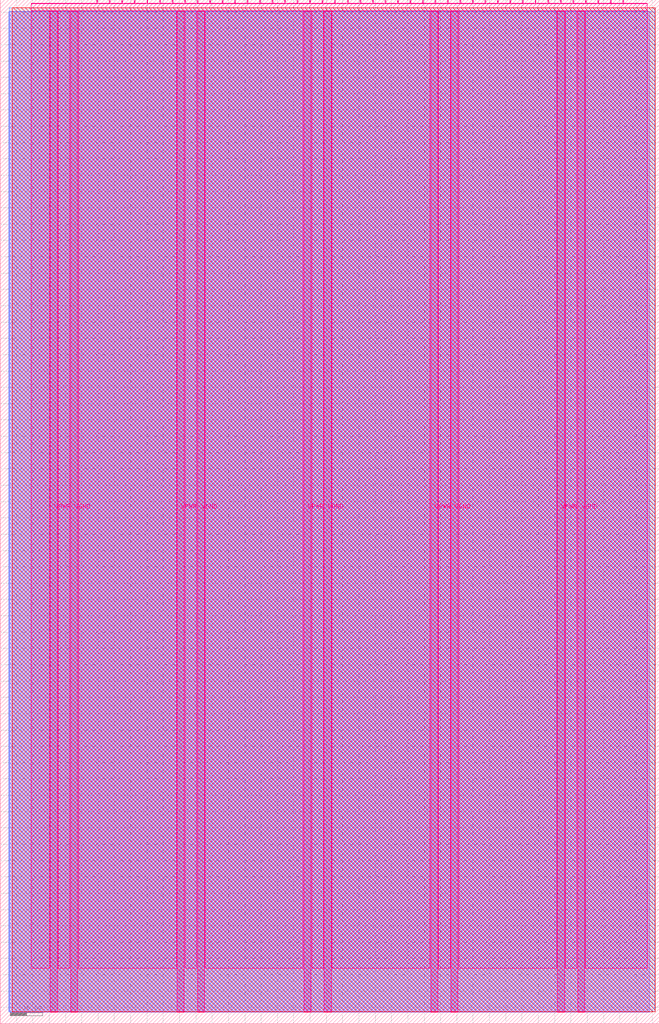
<source format=lef>
VERSION 5.7 ;
  NOWIREEXTENSIONATPIN ON ;
  DIVIDERCHAR "/" ;
  BUSBITCHARS "[]" ;
MACRO tt_um_uwasic_dinogame
  CLASS BLOCK ;
  FOREIGN tt_um_uwasic_dinogame ;
  ORIGIN 0.000 0.000 ;
  SIZE 202.080 BY 313.740 ;
  PIN VGND
    DIRECTION INOUT ;
    USE GROUND ;
    PORT
      LAYER Metal5 ;
        RECT 21.580 3.560 23.780 310.180 ;
    END
    PORT
      LAYER Metal5 ;
        RECT 60.450 3.560 62.650 310.180 ;
    END
    PORT
      LAYER Metal5 ;
        RECT 99.320 3.560 101.520 310.180 ;
    END
    PORT
      LAYER Metal5 ;
        RECT 138.190 3.560 140.390 310.180 ;
    END
    PORT
      LAYER Metal5 ;
        RECT 177.060 3.560 179.260 310.180 ;
    END
  END VGND
  PIN VPWR
    DIRECTION INOUT ;
    USE POWER ;
    PORT
      LAYER Metal5 ;
        RECT 15.380 3.560 17.580 310.180 ;
    END
    PORT
      LAYER Metal5 ;
        RECT 54.250 3.560 56.450 310.180 ;
    END
    PORT
      LAYER Metal5 ;
        RECT 93.120 3.560 95.320 310.180 ;
    END
    PORT
      LAYER Metal5 ;
        RECT 131.990 3.560 134.190 310.180 ;
    END
    PORT
      LAYER Metal5 ;
        RECT 170.860 3.560 173.060 310.180 ;
    END
  END VPWR
  PIN clk
    DIRECTION INPUT ;
    USE SIGNAL ;
    ANTENNAGATEAREA 2.038400 ;
    ANTENNADIFFAREA 6.046200 ;
    PORT
      LAYER Metal5 ;
        RECT 187.050 312.740 187.350 313.740 ;
    END
  END clk
  PIN ena
    DIRECTION INPUT ;
    USE SIGNAL ;
    ANTENNAGATEAREA 0.426400 ;
    PORT
      LAYER Metal5 ;
        RECT 190.890 312.740 191.190 313.740 ;
    END
  END ena
  PIN rst_n
    DIRECTION INPUT ;
    USE SIGNAL ;
    ANTENNAGATEAREA 0.426400 ;
    PORT
      LAYER Metal5 ;
        RECT 183.210 312.740 183.510 313.740 ;
    END
  END rst_n
  PIN ui_in[0]
    DIRECTION INPUT ;
    USE SIGNAL ;
    PORT
      LAYER Metal5 ;
        RECT 179.370 312.740 179.670 313.740 ;
    END
  END ui_in[0]
  PIN ui_in[1]
    DIRECTION INPUT ;
    USE SIGNAL ;
    PORT
      LAYER Metal5 ;
        RECT 175.530 312.740 175.830 313.740 ;
    END
  END ui_in[1]
  PIN ui_in[2]
    DIRECTION INPUT ;
    USE SIGNAL ;
    PORT
      LAYER Metal5 ;
        RECT 171.690 312.740 171.990 313.740 ;
    END
  END ui_in[2]
  PIN ui_in[3]
    DIRECTION INPUT ;
    USE SIGNAL ;
    PORT
      LAYER Metal5 ;
        RECT 167.850 312.740 168.150 313.740 ;
    END
  END ui_in[3]
  PIN ui_in[4]
    DIRECTION INPUT ;
    USE SIGNAL ;
    ANTENNAGATEAREA 0.213200 ;
    PORT
      LAYER Metal5 ;
        RECT 164.010 312.740 164.310 313.740 ;
    END
  END ui_in[4]
  PIN ui_in[5]
    DIRECTION INPUT ;
    USE SIGNAL ;
    ANTENNAGATEAREA 0.213200 ;
    PORT
      LAYER Metal5 ;
        RECT 160.170 312.740 160.470 313.740 ;
    END
  END ui_in[5]
  PIN ui_in[6]
    DIRECTION INPUT ;
    USE SIGNAL ;
    ANTENNAGATEAREA 0.213200 ;
    PORT
      LAYER Metal5 ;
        RECT 156.330 312.740 156.630 313.740 ;
    END
  END ui_in[6]
  PIN ui_in[7]
    DIRECTION INPUT ;
    USE SIGNAL ;
    PORT
      LAYER Metal5 ;
        RECT 152.490 312.740 152.790 313.740 ;
    END
  END ui_in[7]
  PIN uio_in[0]
    DIRECTION INPUT ;
    USE SIGNAL ;
    PORT
      LAYER Metal5 ;
        RECT 148.650 312.740 148.950 313.740 ;
    END
  END uio_in[0]
  PIN uio_in[1]
    DIRECTION INPUT ;
    USE SIGNAL ;
    PORT
      LAYER Metal5 ;
        RECT 144.810 312.740 145.110 313.740 ;
    END
  END uio_in[1]
  PIN uio_in[2]
    DIRECTION INPUT ;
    USE SIGNAL ;
    PORT
      LAYER Metal5 ;
        RECT 140.970 312.740 141.270 313.740 ;
    END
  END uio_in[2]
  PIN uio_in[3]
    DIRECTION INPUT ;
    USE SIGNAL ;
    PORT
      LAYER Metal5 ;
        RECT 137.130 312.740 137.430 313.740 ;
    END
  END uio_in[3]
  PIN uio_in[4]
    DIRECTION INPUT ;
    USE SIGNAL ;
    PORT
      LAYER Metal5 ;
        RECT 133.290 312.740 133.590 313.740 ;
    END
  END uio_in[4]
  PIN uio_in[5]
    DIRECTION INPUT ;
    USE SIGNAL ;
    PORT
      LAYER Metal5 ;
        RECT 129.450 312.740 129.750 313.740 ;
    END
  END uio_in[5]
  PIN uio_in[6]
    DIRECTION INPUT ;
    USE SIGNAL ;
    PORT
      LAYER Metal5 ;
        RECT 125.610 312.740 125.910 313.740 ;
    END
  END uio_in[6]
  PIN uio_in[7]
    DIRECTION INPUT ;
    USE SIGNAL ;
    PORT
      LAYER Metal5 ;
        RECT 121.770 312.740 122.070 313.740 ;
    END
  END uio_in[7]
  PIN uio_oe[0]
    DIRECTION OUTPUT ;
    USE SIGNAL ;
    ANTENNADIFFAREA 0.299200 ;
    PORT
      LAYER Metal5 ;
        RECT 56.490 312.740 56.790 313.740 ;
    END
  END uio_oe[0]
  PIN uio_oe[1]
    DIRECTION OUTPUT ;
    USE SIGNAL ;
    ANTENNADIFFAREA 0.299200 ;
    PORT
      LAYER Metal5 ;
        RECT 52.650 312.740 52.950 313.740 ;
    END
  END uio_oe[1]
  PIN uio_oe[2]
    DIRECTION OUTPUT ;
    USE SIGNAL ;
    ANTENNADIFFAREA 0.299200 ;
    PORT
      LAYER Metal5 ;
        RECT 48.810 312.740 49.110 313.740 ;
    END
  END uio_oe[2]
  PIN uio_oe[3]
    DIRECTION OUTPUT ;
    USE SIGNAL ;
    ANTENNADIFFAREA 0.299200 ;
    PORT
      LAYER Metal5 ;
        RECT 44.970 312.740 45.270 313.740 ;
    END
  END uio_oe[3]
  PIN uio_oe[4]
    DIRECTION OUTPUT ;
    USE SIGNAL ;
    ANTENNADIFFAREA 0.299200 ;
    PORT
      LAYER Metal5 ;
        RECT 41.130 312.740 41.430 313.740 ;
    END
  END uio_oe[4]
  PIN uio_oe[5]
    DIRECTION OUTPUT ;
    USE SIGNAL ;
    ANTENNADIFFAREA 0.299200 ;
    PORT
      LAYER Metal5 ;
        RECT 37.290 312.740 37.590 313.740 ;
    END
  END uio_oe[5]
  PIN uio_oe[6]
    DIRECTION OUTPUT ;
    USE SIGNAL ;
    ANTENNADIFFAREA 0.299200 ;
    PORT
      LAYER Metal5 ;
        RECT 33.450 312.740 33.750 313.740 ;
    END
  END uio_oe[6]
  PIN uio_oe[7]
    DIRECTION OUTPUT ;
    USE SIGNAL ;
    ANTENNADIFFAREA 0.392700 ;
    PORT
      LAYER Metal5 ;
        RECT 29.610 312.740 29.910 313.740 ;
    END
  END uio_oe[7]
  PIN uio_out[0]
    DIRECTION OUTPUT ;
    USE SIGNAL ;
    ANTENNADIFFAREA 0.299200 ;
    PORT
      LAYER Metal5 ;
        RECT 87.210 312.740 87.510 313.740 ;
    END
  END uio_out[0]
  PIN uio_out[1]
    DIRECTION OUTPUT ;
    USE SIGNAL ;
    ANTENNADIFFAREA 0.299200 ;
    PORT
      LAYER Metal5 ;
        RECT 83.370 312.740 83.670 313.740 ;
    END
  END uio_out[1]
  PIN uio_out[2]
    DIRECTION OUTPUT ;
    USE SIGNAL ;
    ANTENNADIFFAREA 0.299200 ;
    PORT
      LAYER Metal5 ;
        RECT 79.530 312.740 79.830 313.740 ;
    END
  END uio_out[2]
  PIN uio_out[3]
    DIRECTION OUTPUT ;
    USE SIGNAL ;
    ANTENNADIFFAREA 0.299200 ;
    PORT
      LAYER Metal5 ;
        RECT 75.690 312.740 75.990 313.740 ;
    END
  END uio_out[3]
  PIN uio_out[4]
    DIRECTION OUTPUT ;
    USE SIGNAL ;
    ANTENNADIFFAREA 0.299200 ;
    PORT
      LAYER Metal5 ;
        RECT 71.850 312.740 72.150 313.740 ;
    END
  END uio_out[4]
  PIN uio_out[5]
    DIRECTION OUTPUT ;
    USE SIGNAL ;
    ANTENNADIFFAREA 0.299200 ;
    PORT
      LAYER Metal5 ;
        RECT 68.010 312.740 68.310 313.740 ;
    END
  END uio_out[5]
  PIN uio_out[6]
    DIRECTION OUTPUT ;
    USE SIGNAL ;
    ANTENNADIFFAREA 0.299200 ;
    PORT
      LAYER Metal5 ;
        RECT 64.170 312.740 64.470 313.740 ;
    END
  END uio_out[6]
  PIN uio_out[7]
    DIRECTION OUTPUT ;
    USE SIGNAL ;
    ANTENNADIFFAREA 0.654800 ;
    PORT
      LAYER Metal5 ;
        RECT 60.330 312.740 60.630 313.740 ;
    END
  END uio_out[7]
  PIN uo_out[0]
    DIRECTION OUTPUT ;
    USE SIGNAL ;
    ANTENNADIFFAREA 0.632400 ;
    PORT
      LAYER Metal5 ;
        RECT 117.930 312.740 118.230 313.740 ;
    END
  END uo_out[0]
  PIN uo_out[1]
    DIRECTION OUTPUT ;
    USE SIGNAL ;
    ANTENNADIFFAREA 0.632400 ;
    PORT
      LAYER Metal5 ;
        RECT 114.090 312.740 114.390 313.740 ;
    END
  END uo_out[1]
  PIN uo_out[2]
    DIRECTION OUTPUT ;
    USE SIGNAL ;
    ANTENNADIFFAREA 0.654800 ;
    PORT
      LAYER Metal5 ;
        RECT 110.250 312.740 110.550 313.740 ;
    END
  END uo_out[2]
  PIN uo_out[3]
    DIRECTION OUTPUT ;
    USE SIGNAL ;
    ANTENNADIFFAREA 0.654800 ;
    PORT
      LAYER Metal5 ;
        RECT 106.410 312.740 106.710 313.740 ;
    END
  END uo_out[3]
  PIN uo_out[4]
    DIRECTION OUTPUT ;
    USE SIGNAL ;
    ANTENNAGATEAREA 0.180700 ;
    ANTENNADIFFAREA 0.632400 ;
    PORT
      LAYER Metal5 ;
        RECT 102.570 312.740 102.870 313.740 ;
    END
  END uo_out[4]
  PIN uo_out[5]
    DIRECTION OUTPUT ;
    USE SIGNAL ;
    ANTENNADIFFAREA 0.632400 ;
    PORT
      LAYER Metal5 ;
        RECT 98.730 312.740 99.030 313.740 ;
    END
  END uo_out[5]
  PIN uo_out[6]
    DIRECTION OUTPUT ;
    USE SIGNAL ;
    ANTENNADIFFAREA 0.632400 ;
    PORT
      LAYER Metal5 ;
        RECT 94.890 312.740 95.190 313.740 ;
    END
  END uo_out[6]
  PIN uo_out[7]
    DIRECTION OUTPUT ;
    USE SIGNAL ;
    ANTENNADIFFAREA 0.654800 ;
    PORT
      LAYER Metal5 ;
        RECT 91.050 312.740 91.350 313.740 ;
    END
  END uo_out[7]
  OBS
      LAYER GatPoly ;
        RECT 2.880 3.630 199.200 310.110 ;
      LAYER Metal1 ;
        RECT 2.880 3.560 199.200 310.180 ;
      LAYER Metal2 ;
        RECT 2.605 3.680 200.785 310.060 ;
      LAYER Metal3 ;
        RECT 2.780 3.635 200.740 311.365 ;
      LAYER Metal4 ;
        RECT 3.695 3.680 200.785 311.320 ;
      LAYER Metal5 ;
        RECT 9.500 312.530 29.400 312.740 ;
        RECT 30.120 312.530 33.240 312.740 ;
        RECT 33.960 312.530 37.080 312.740 ;
        RECT 37.800 312.530 40.920 312.740 ;
        RECT 41.640 312.530 44.760 312.740 ;
        RECT 45.480 312.530 48.600 312.740 ;
        RECT 49.320 312.530 52.440 312.740 ;
        RECT 53.160 312.530 56.280 312.740 ;
        RECT 57.000 312.530 60.120 312.740 ;
        RECT 60.840 312.530 63.960 312.740 ;
        RECT 64.680 312.530 67.800 312.740 ;
        RECT 68.520 312.530 71.640 312.740 ;
        RECT 72.360 312.530 75.480 312.740 ;
        RECT 76.200 312.530 79.320 312.740 ;
        RECT 80.040 312.530 83.160 312.740 ;
        RECT 83.880 312.530 87.000 312.740 ;
        RECT 87.720 312.530 90.840 312.740 ;
        RECT 91.560 312.530 94.680 312.740 ;
        RECT 95.400 312.530 98.520 312.740 ;
        RECT 99.240 312.530 102.360 312.740 ;
        RECT 103.080 312.530 106.200 312.740 ;
        RECT 106.920 312.530 110.040 312.740 ;
        RECT 110.760 312.530 113.880 312.740 ;
        RECT 114.600 312.530 117.720 312.740 ;
        RECT 118.440 312.530 121.560 312.740 ;
        RECT 122.280 312.530 125.400 312.740 ;
        RECT 126.120 312.530 129.240 312.740 ;
        RECT 129.960 312.530 133.080 312.740 ;
        RECT 133.800 312.530 136.920 312.740 ;
        RECT 137.640 312.530 140.760 312.740 ;
        RECT 141.480 312.530 144.600 312.740 ;
        RECT 145.320 312.530 148.440 312.740 ;
        RECT 149.160 312.530 152.280 312.740 ;
        RECT 153.000 312.530 156.120 312.740 ;
        RECT 156.840 312.530 159.960 312.740 ;
        RECT 160.680 312.530 163.800 312.740 ;
        RECT 164.520 312.530 167.640 312.740 ;
        RECT 168.360 312.530 171.480 312.740 ;
        RECT 172.200 312.530 175.320 312.740 ;
        RECT 176.040 312.530 179.160 312.740 ;
        RECT 179.880 312.530 183.000 312.740 ;
        RECT 183.720 312.530 186.840 312.740 ;
        RECT 187.560 312.530 190.680 312.740 ;
        RECT 191.400 312.530 198.340 312.740 ;
        RECT 9.500 310.390 198.340 312.530 ;
        RECT 9.500 17.075 15.170 310.390 ;
        RECT 17.790 17.075 21.370 310.390 ;
        RECT 23.990 17.075 54.040 310.390 ;
        RECT 56.660 17.075 60.240 310.390 ;
        RECT 62.860 17.075 92.910 310.390 ;
        RECT 95.530 17.075 99.110 310.390 ;
        RECT 101.730 17.075 131.780 310.390 ;
        RECT 134.400 17.075 137.980 310.390 ;
        RECT 140.600 17.075 170.650 310.390 ;
        RECT 173.270 17.075 176.850 310.390 ;
        RECT 179.470 17.075 198.340 310.390 ;
  END
END tt_um_uwasic_dinogame
END LIBRARY


</source>
